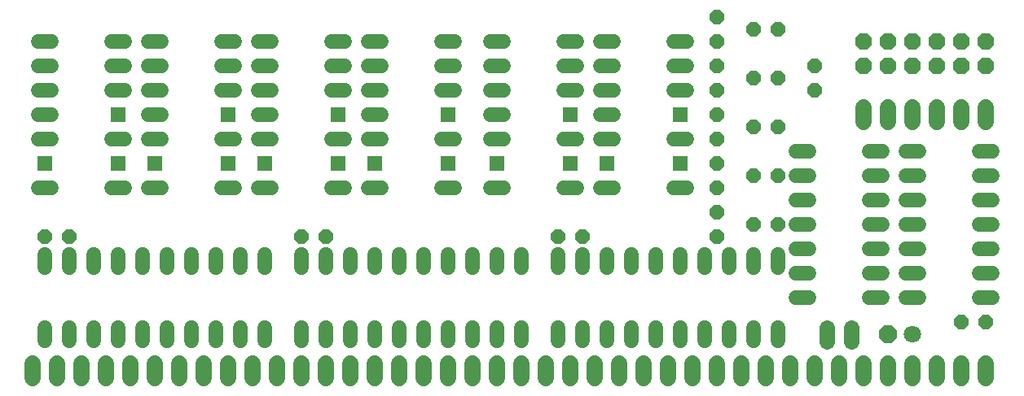
<source format=gbs>
G75*
%MOIN*%
%OFA0B0*%
%FSLAX24Y24*%
%IPPOS*%
%LPD*%
%AMOC8*
5,1,8,0,0,1.08239X$1,22.5*
%
%ADD10C,0.0680*%
%ADD11OC8,0.0680*%
%ADD12OC8,0.0600*%
%ADD13C,0.0600*%
%ADD14R,0.0595X0.0595*%
%ADD15C,0.0640*%
%ADD16OC8,0.0710*%
%ADD17C,0.0710*%
D10*
X000680Y000880D02*
X000680Y001480D01*
X001680Y001480D02*
X001680Y000880D01*
X002680Y000880D02*
X002680Y001480D01*
X003680Y001480D02*
X003680Y000880D01*
X004680Y000880D02*
X004680Y001480D01*
X005680Y001480D02*
X005680Y000880D01*
X006680Y000880D02*
X006680Y001480D01*
X007680Y001480D02*
X007680Y000880D01*
X008680Y000880D02*
X008680Y001480D01*
X009680Y001480D02*
X009680Y000880D01*
X010680Y000880D02*
X010680Y001480D01*
X011680Y001480D02*
X011680Y000880D01*
X012680Y000880D02*
X012680Y001480D01*
X013680Y001480D02*
X013680Y000880D01*
X014680Y000880D02*
X014680Y001480D01*
X015680Y001480D02*
X015680Y000880D01*
X016680Y000880D02*
X016680Y001480D01*
X017680Y001480D02*
X017680Y000880D01*
X018680Y000880D02*
X018680Y001480D01*
X019680Y001480D02*
X019680Y000880D01*
X020680Y000880D02*
X020680Y001480D01*
X021680Y001480D02*
X021680Y000880D01*
X022680Y000880D02*
X022680Y001480D01*
X023680Y001480D02*
X023680Y000880D01*
X024680Y000880D02*
X024680Y001480D01*
X025680Y001480D02*
X025680Y000880D01*
X026680Y000880D02*
X026680Y001480D01*
X027680Y001480D02*
X027680Y000880D01*
X028680Y000880D02*
X028680Y001480D01*
X029680Y001480D02*
X029680Y000880D01*
X030680Y000880D02*
X030680Y001480D01*
X031680Y001480D02*
X031680Y000880D01*
X032680Y000880D02*
X032680Y001480D01*
X033680Y001480D02*
X033680Y000880D01*
X034680Y000880D02*
X034680Y001480D01*
X035680Y001480D02*
X035680Y000880D01*
X036680Y000880D02*
X036680Y001480D01*
X037680Y001480D02*
X037680Y000880D01*
X038680Y000880D02*
X038680Y001480D01*
X039680Y001480D02*
X039680Y000880D01*
X039680Y011380D02*
X039680Y011980D01*
X038680Y011980D02*
X038680Y011380D01*
X037680Y011380D02*
X037680Y011980D01*
X036680Y011980D02*
X036680Y011380D01*
X035680Y011380D02*
X035680Y011980D01*
X034680Y011980D02*
X034680Y011380D01*
D11*
X034680Y013680D03*
X035680Y013680D03*
X036680Y013680D03*
X037680Y013680D03*
X038680Y013680D03*
X039680Y013680D03*
X039680Y014680D03*
X038680Y014680D03*
X037680Y014680D03*
X036680Y014680D03*
X035680Y014680D03*
X034680Y014680D03*
D12*
X032680Y013680D03*
X031180Y013180D03*
X030180Y013180D03*
X028680Y012680D03*
X028680Y011680D03*
X030180Y011180D03*
X031180Y011180D03*
X028680Y010680D03*
X028680Y009680D03*
X030180Y009180D03*
X031180Y009180D03*
X028680Y008680D03*
X028680Y007680D03*
X030180Y007180D03*
X031180Y007180D03*
X028680Y006680D03*
X023180Y006680D03*
X022180Y006680D03*
X012680Y006680D03*
X011680Y006680D03*
X002180Y006680D03*
X001180Y006680D03*
X028680Y013680D03*
X028680Y014680D03*
X030180Y015180D03*
X031180Y015180D03*
X028680Y015680D03*
X032680Y012680D03*
X038680Y003180D03*
X039680Y003180D03*
D13*
X039420Y004180D02*
X039940Y004180D01*
X039940Y005180D02*
X039420Y005180D01*
X039420Y006180D02*
X039940Y006180D01*
X039940Y007180D02*
X039420Y007180D01*
X036940Y007180D02*
X036420Y007180D01*
X035440Y007180D02*
X034920Y007180D01*
X034920Y006180D02*
X035440Y006180D01*
X036420Y006180D02*
X036940Y006180D01*
X036940Y005180D02*
X036420Y005180D01*
X035440Y005180D02*
X034920Y005180D01*
X034920Y004180D02*
X035440Y004180D01*
X036420Y004180D02*
X036940Y004180D01*
X032440Y004180D02*
X031920Y004180D01*
X031920Y005180D02*
X032440Y005180D01*
X031180Y005420D02*
X031180Y005940D01*
X031920Y006180D02*
X032440Y006180D01*
X032440Y007180D02*
X031920Y007180D01*
X031920Y008180D02*
X032440Y008180D01*
X032440Y009180D02*
X031920Y009180D01*
X031920Y010180D02*
X032440Y010180D01*
X034920Y010180D02*
X035440Y010180D01*
X036420Y010180D02*
X036940Y010180D01*
X036940Y009180D02*
X036420Y009180D01*
X035440Y009180D02*
X034920Y009180D01*
X034920Y008180D02*
X035440Y008180D01*
X036420Y008180D02*
X036940Y008180D01*
X039420Y008180D02*
X039940Y008180D01*
X039940Y009180D02*
X039420Y009180D01*
X039420Y010180D02*
X039940Y010180D01*
X030180Y005940D02*
X030180Y005420D01*
X029180Y005420D02*
X029180Y005940D01*
X028180Y005940D02*
X028180Y005420D01*
X027180Y005420D02*
X027180Y005940D01*
X026180Y005940D02*
X026180Y005420D01*
X025180Y005420D02*
X025180Y005940D01*
X024180Y005940D02*
X024180Y005420D01*
X023180Y005420D02*
X023180Y005940D01*
X022180Y005940D02*
X022180Y005420D01*
X020680Y005420D02*
X020680Y005940D01*
X019680Y005940D02*
X019680Y005420D01*
X018680Y005420D02*
X018680Y005940D01*
X017680Y005940D02*
X017680Y005420D01*
X016680Y005420D02*
X016680Y005940D01*
X015680Y005940D02*
X015680Y005420D01*
X014680Y005420D02*
X014680Y005940D01*
X013680Y005940D02*
X013680Y005420D01*
X012680Y005420D02*
X012680Y005940D01*
X011680Y005940D02*
X011680Y005420D01*
X010180Y005420D02*
X010180Y005940D01*
X009180Y005940D02*
X009180Y005420D01*
X008180Y005420D02*
X008180Y005940D01*
X007180Y005940D02*
X007180Y005420D01*
X006180Y005420D02*
X006180Y005940D01*
X005180Y005940D02*
X005180Y005420D01*
X004180Y005420D02*
X004180Y005940D01*
X003180Y005940D02*
X003180Y005420D01*
X002180Y005420D02*
X002180Y005940D01*
X001180Y005940D02*
X001180Y005420D01*
X001180Y002940D02*
X001180Y002420D01*
X002180Y002420D02*
X002180Y002940D01*
X003180Y002940D02*
X003180Y002420D01*
X004180Y002420D02*
X004180Y002940D01*
X005180Y002940D02*
X005180Y002420D01*
X006180Y002420D02*
X006180Y002940D01*
X007180Y002940D02*
X007180Y002420D01*
X008180Y002420D02*
X008180Y002940D01*
X009180Y002940D02*
X009180Y002420D01*
X010180Y002420D02*
X010180Y002940D01*
X011680Y002940D02*
X011680Y002420D01*
X012680Y002420D02*
X012680Y002940D01*
X013680Y002940D02*
X013680Y002420D01*
X014680Y002420D02*
X014680Y002940D01*
X015680Y002940D02*
X015680Y002420D01*
X016680Y002420D02*
X016680Y002940D01*
X017680Y002940D02*
X017680Y002420D01*
X018680Y002420D02*
X018680Y002940D01*
X019680Y002940D02*
X019680Y002420D01*
X020680Y002420D02*
X020680Y002940D01*
X022180Y002940D02*
X022180Y002420D01*
X023180Y002420D02*
X023180Y002940D01*
X024180Y002940D02*
X024180Y002420D01*
X025180Y002420D02*
X025180Y002940D01*
X026180Y002940D02*
X026180Y002420D01*
X027180Y002420D02*
X027180Y002940D01*
X028180Y002940D02*
X028180Y002420D01*
X029180Y002420D02*
X029180Y002940D01*
X030180Y002940D02*
X030180Y002420D01*
X031180Y002420D02*
X031180Y002940D01*
X027440Y008680D02*
X026920Y008680D01*
X024440Y008680D02*
X023920Y008680D01*
X022940Y008680D02*
X022420Y008680D01*
X019940Y008680D02*
X019420Y008680D01*
X017940Y008680D02*
X017420Y008680D01*
X014940Y008680D02*
X014420Y008680D01*
X013440Y008680D02*
X012920Y008680D01*
X010440Y008680D02*
X009920Y008680D01*
X008940Y008680D02*
X008420Y008680D01*
X005940Y008680D02*
X005420Y008680D01*
X004440Y008680D02*
X003920Y008680D01*
X001440Y008680D02*
X000920Y008680D01*
X000920Y010680D02*
X001440Y010680D01*
X001440Y011680D02*
X000920Y011680D01*
X000920Y012680D02*
X001440Y012680D01*
X001440Y013680D02*
X000920Y013680D01*
X000920Y014680D02*
X001440Y014680D01*
X003920Y014680D02*
X004440Y014680D01*
X005420Y014680D02*
X005940Y014680D01*
X005940Y013680D02*
X005420Y013680D01*
X004440Y013680D02*
X003920Y013680D01*
X003920Y012680D02*
X004440Y012680D01*
X005420Y012680D02*
X005940Y012680D01*
X005940Y011680D02*
X005420Y011680D01*
X005420Y010680D02*
X005940Y010680D01*
X004440Y010680D02*
X003920Y010680D01*
X008420Y010680D02*
X008940Y010680D01*
X009920Y010680D02*
X010440Y010680D01*
X010440Y011680D02*
X009920Y011680D01*
X009920Y012680D02*
X010440Y012680D01*
X008940Y012680D02*
X008420Y012680D01*
X008420Y013680D02*
X008940Y013680D01*
X009920Y013680D02*
X010440Y013680D01*
X010440Y014680D02*
X009920Y014680D01*
X008940Y014680D02*
X008420Y014680D01*
X012920Y014680D02*
X013440Y014680D01*
X014420Y014680D02*
X014940Y014680D01*
X014940Y013680D02*
X014420Y013680D01*
X013440Y013680D02*
X012920Y013680D01*
X012920Y012680D02*
X013440Y012680D01*
X014420Y012680D02*
X014940Y012680D01*
X014940Y011680D02*
X014420Y011680D01*
X014420Y010680D02*
X014940Y010680D01*
X013440Y010680D02*
X012920Y010680D01*
X017420Y010680D02*
X017940Y010680D01*
X019420Y010680D02*
X019940Y010680D01*
X019940Y011680D02*
X019420Y011680D01*
X019420Y012680D02*
X019940Y012680D01*
X017940Y012680D02*
X017420Y012680D01*
X017420Y013680D02*
X017940Y013680D01*
X019420Y013680D02*
X019940Y013680D01*
X019940Y014680D02*
X019420Y014680D01*
X017940Y014680D02*
X017420Y014680D01*
X022420Y014680D02*
X022940Y014680D01*
X023920Y014680D02*
X024440Y014680D01*
X024440Y013680D02*
X023920Y013680D01*
X022940Y013680D02*
X022420Y013680D01*
X022420Y012680D02*
X022940Y012680D01*
X023920Y012680D02*
X024440Y012680D01*
X024440Y011680D02*
X023920Y011680D01*
X023920Y010680D02*
X024440Y010680D01*
X022940Y010680D02*
X022420Y010680D01*
X026920Y010680D02*
X027440Y010680D01*
X027440Y012680D02*
X026920Y012680D01*
X026920Y013680D02*
X027440Y013680D01*
X027440Y014680D02*
X026920Y014680D01*
D14*
X027180Y011680D03*
X022680Y011680D03*
X022680Y009680D03*
X024180Y009680D03*
X027180Y009680D03*
X019680Y009680D03*
X017680Y009680D03*
X014680Y009680D03*
X013180Y009680D03*
X010180Y009680D03*
X008680Y009680D03*
X005680Y009680D03*
X004180Y009680D03*
X001180Y009680D03*
X004180Y011680D03*
X008680Y011680D03*
X013180Y011680D03*
X017680Y011680D03*
D15*
X033180Y002960D02*
X033180Y002400D01*
X034180Y002400D02*
X034180Y002960D01*
D16*
X035680Y002680D03*
D17*
X036680Y002680D03*
M02*

</source>
